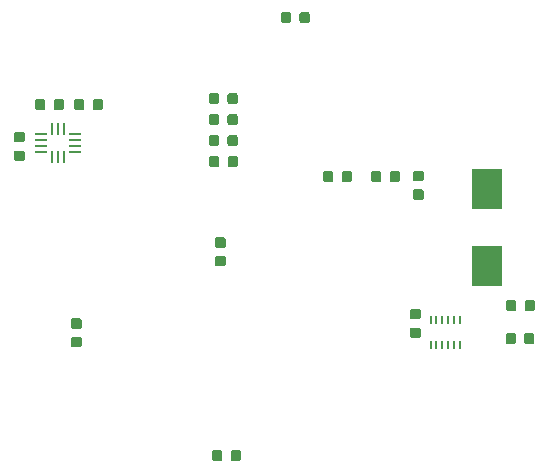
<source format=gbr>
G04 #@! TF.GenerationSoftware,KiCad,Pcbnew,5.0.0-fee4fd1~66~ubuntu16.04.1*
G04 #@! TF.CreationDate,2018-10-28T11:18:26+01:00*
G04 #@! TF.ProjectId,balancebot,62616C616E6365626F742E6B69636164,rev?*
G04 #@! TF.SameCoordinates,Original*
G04 #@! TF.FileFunction,Paste,Top*
G04 #@! TF.FilePolarity,Positive*
%FSLAX46Y46*%
G04 Gerber Fmt 4.6, Leading zero omitted, Abs format (unit mm)*
G04 Created by KiCad (PCBNEW 5.0.0-fee4fd1~66~ubuntu16.04.1) date Sun Oct 28 11:18:26 2018*
%MOMM*%
%LPD*%
G01*
G04 APERTURE LIST*
%ADD10C,0.100000*%
%ADD11C,0.875000*%
%ADD12R,2.500000X3.500000*%
%ADD13R,1.000000X0.250000*%
%ADD14R,0.250000X1.000000*%
%ADD15R,0.250000X0.800000*%
G04 APERTURE END LIST*
D10*
G04 #@! TO.C,R4*
G36*
X139178191Y-75980053D02*
X139199426Y-75983203D01*
X139220250Y-75988419D01*
X139240462Y-75995651D01*
X139259868Y-76004830D01*
X139278281Y-76015866D01*
X139295524Y-76028654D01*
X139311430Y-76043070D01*
X139325846Y-76058976D01*
X139338634Y-76076219D01*
X139349670Y-76094632D01*
X139358849Y-76114038D01*
X139366081Y-76134250D01*
X139371297Y-76155074D01*
X139374447Y-76176309D01*
X139375500Y-76197750D01*
X139375500Y-76710250D01*
X139374447Y-76731691D01*
X139371297Y-76752926D01*
X139366081Y-76773750D01*
X139358849Y-76793962D01*
X139349670Y-76813368D01*
X139338634Y-76831781D01*
X139325846Y-76849024D01*
X139311430Y-76864930D01*
X139295524Y-76879346D01*
X139278281Y-76892134D01*
X139259868Y-76903170D01*
X139240462Y-76912349D01*
X139220250Y-76919581D01*
X139199426Y-76924797D01*
X139178191Y-76927947D01*
X139156750Y-76929000D01*
X138719250Y-76929000D01*
X138697809Y-76927947D01*
X138676574Y-76924797D01*
X138655750Y-76919581D01*
X138635538Y-76912349D01*
X138616132Y-76903170D01*
X138597719Y-76892134D01*
X138580476Y-76879346D01*
X138564570Y-76864930D01*
X138550154Y-76849024D01*
X138537366Y-76831781D01*
X138526330Y-76813368D01*
X138517151Y-76793962D01*
X138509919Y-76773750D01*
X138504703Y-76752926D01*
X138501553Y-76731691D01*
X138500500Y-76710250D01*
X138500500Y-76197750D01*
X138501553Y-76176309D01*
X138504703Y-76155074D01*
X138509919Y-76134250D01*
X138517151Y-76114038D01*
X138526330Y-76094632D01*
X138537366Y-76076219D01*
X138550154Y-76058976D01*
X138564570Y-76043070D01*
X138580476Y-76028654D01*
X138597719Y-76015866D01*
X138616132Y-76004830D01*
X138635538Y-75995651D01*
X138655750Y-75988419D01*
X138676574Y-75983203D01*
X138697809Y-75980053D01*
X138719250Y-75979000D01*
X139156750Y-75979000D01*
X139178191Y-75980053D01*
X139178191Y-75980053D01*
G37*
D11*
X138938000Y-76454000D03*
D10*
G36*
X140753191Y-75980053D02*
X140774426Y-75983203D01*
X140795250Y-75988419D01*
X140815462Y-75995651D01*
X140834868Y-76004830D01*
X140853281Y-76015866D01*
X140870524Y-76028654D01*
X140886430Y-76043070D01*
X140900846Y-76058976D01*
X140913634Y-76076219D01*
X140924670Y-76094632D01*
X140933849Y-76114038D01*
X140941081Y-76134250D01*
X140946297Y-76155074D01*
X140949447Y-76176309D01*
X140950500Y-76197750D01*
X140950500Y-76710250D01*
X140949447Y-76731691D01*
X140946297Y-76752926D01*
X140941081Y-76773750D01*
X140933849Y-76793962D01*
X140924670Y-76813368D01*
X140913634Y-76831781D01*
X140900846Y-76849024D01*
X140886430Y-76864930D01*
X140870524Y-76879346D01*
X140853281Y-76892134D01*
X140834868Y-76903170D01*
X140815462Y-76912349D01*
X140795250Y-76919581D01*
X140774426Y-76924797D01*
X140753191Y-76927947D01*
X140731750Y-76929000D01*
X140294250Y-76929000D01*
X140272809Y-76927947D01*
X140251574Y-76924797D01*
X140230750Y-76919581D01*
X140210538Y-76912349D01*
X140191132Y-76903170D01*
X140172719Y-76892134D01*
X140155476Y-76879346D01*
X140139570Y-76864930D01*
X140125154Y-76849024D01*
X140112366Y-76831781D01*
X140101330Y-76813368D01*
X140092151Y-76793962D01*
X140084919Y-76773750D01*
X140079703Y-76752926D01*
X140076553Y-76731691D01*
X140075500Y-76710250D01*
X140075500Y-76197750D01*
X140076553Y-76176309D01*
X140079703Y-76155074D01*
X140084919Y-76134250D01*
X140092151Y-76114038D01*
X140101330Y-76094632D01*
X140112366Y-76076219D01*
X140125154Y-76058976D01*
X140139570Y-76043070D01*
X140155476Y-76028654D01*
X140172719Y-76015866D01*
X140191132Y-76004830D01*
X140210538Y-75995651D01*
X140230750Y-75988419D01*
X140251574Y-75983203D01*
X140272809Y-75980053D01*
X140294250Y-75979000D01*
X140731750Y-75979000D01*
X140753191Y-75980053D01*
X140753191Y-75980053D01*
G37*
D11*
X140513000Y-76454000D03*
G04 #@! TD*
D12*
G04 #@! TO.C,C1*
X162052000Y-85292000D03*
X162052000Y-78792000D03*
G04 #@! TD*
D10*
G04 #@! TO.C,C2*
G36*
X165899191Y-88172053D02*
X165920426Y-88175203D01*
X165941250Y-88180419D01*
X165961462Y-88187651D01*
X165980868Y-88196830D01*
X165999281Y-88207866D01*
X166016524Y-88220654D01*
X166032430Y-88235070D01*
X166046846Y-88250976D01*
X166059634Y-88268219D01*
X166070670Y-88286632D01*
X166079849Y-88306038D01*
X166087081Y-88326250D01*
X166092297Y-88347074D01*
X166095447Y-88368309D01*
X166096500Y-88389750D01*
X166096500Y-88902250D01*
X166095447Y-88923691D01*
X166092297Y-88944926D01*
X166087081Y-88965750D01*
X166079849Y-88985962D01*
X166070670Y-89005368D01*
X166059634Y-89023781D01*
X166046846Y-89041024D01*
X166032430Y-89056930D01*
X166016524Y-89071346D01*
X165999281Y-89084134D01*
X165980868Y-89095170D01*
X165961462Y-89104349D01*
X165941250Y-89111581D01*
X165920426Y-89116797D01*
X165899191Y-89119947D01*
X165877750Y-89121000D01*
X165440250Y-89121000D01*
X165418809Y-89119947D01*
X165397574Y-89116797D01*
X165376750Y-89111581D01*
X165356538Y-89104349D01*
X165337132Y-89095170D01*
X165318719Y-89084134D01*
X165301476Y-89071346D01*
X165285570Y-89056930D01*
X165271154Y-89041024D01*
X165258366Y-89023781D01*
X165247330Y-89005368D01*
X165238151Y-88985962D01*
X165230919Y-88965750D01*
X165225703Y-88944926D01*
X165222553Y-88923691D01*
X165221500Y-88902250D01*
X165221500Y-88389750D01*
X165222553Y-88368309D01*
X165225703Y-88347074D01*
X165230919Y-88326250D01*
X165238151Y-88306038D01*
X165247330Y-88286632D01*
X165258366Y-88268219D01*
X165271154Y-88250976D01*
X165285570Y-88235070D01*
X165301476Y-88220654D01*
X165318719Y-88207866D01*
X165337132Y-88196830D01*
X165356538Y-88187651D01*
X165376750Y-88180419D01*
X165397574Y-88175203D01*
X165418809Y-88172053D01*
X165440250Y-88171000D01*
X165877750Y-88171000D01*
X165899191Y-88172053D01*
X165899191Y-88172053D01*
G37*
D11*
X165659000Y-88646000D03*
D10*
G36*
X164324191Y-88172053D02*
X164345426Y-88175203D01*
X164366250Y-88180419D01*
X164386462Y-88187651D01*
X164405868Y-88196830D01*
X164424281Y-88207866D01*
X164441524Y-88220654D01*
X164457430Y-88235070D01*
X164471846Y-88250976D01*
X164484634Y-88268219D01*
X164495670Y-88286632D01*
X164504849Y-88306038D01*
X164512081Y-88326250D01*
X164517297Y-88347074D01*
X164520447Y-88368309D01*
X164521500Y-88389750D01*
X164521500Y-88902250D01*
X164520447Y-88923691D01*
X164517297Y-88944926D01*
X164512081Y-88965750D01*
X164504849Y-88985962D01*
X164495670Y-89005368D01*
X164484634Y-89023781D01*
X164471846Y-89041024D01*
X164457430Y-89056930D01*
X164441524Y-89071346D01*
X164424281Y-89084134D01*
X164405868Y-89095170D01*
X164386462Y-89104349D01*
X164366250Y-89111581D01*
X164345426Y-89116797D01*
X164324191Y-89119947D01*
X164302750Y-89121000D01*
X163865250Y-89121000D01*
X163843809Y-89119947D01*
X163822574Y-89116797D01*
X163801750Y-89111581D01*
X163781538Y-89104349D01*
X163762132Y-89095170D01*
X163743719Y-89084134D01*
X163726476Y-89071346D01*
X163710570Y-89056930D01*
X163696154Y-89041024D01*
X163683366Y-89023781D01*
X163672330Y-89005368D01*
X163663151Y-88985962D01*
X163655919Y-88965750D01*
X163650703Y-88944926D01*
X163647553Y-88923691D01*
X163646500Y-88902250D01*
X163646500Y-88389750D01*
X163647553Y-88368309D01*
X163650703Y-88347074D01*
X163655919Y-88326250D01*
X163663151Y-88306038D01*
X163672330Y-88286632D01*
X163683366Y-88268219D01*
X163696154Y-88250976D01*
X163710570Y-88235070D01*
X163726476Y-88220654D01*
X163743719Y-88207866D01*
X163762132Y-88196830D01*
X163781538Y-88187651D01*
X163801750Y-88180419D01*
X163822574Y-88175203D01*
X163843809Y-88172053D01*
X163865250Y-88171000D01*
X164302750Y-88171000D01*
X164324191Y-88172053D01*
X164324191Y-88172053D01*
G37*
D11*
X164084000Y-88646000D03*
G04 #@! TD*
D10*
G04 #@! TO.C,C3*
G36*
X124446191Y-71154053D02*
X124467426Y-71157203D01*
X124488250Y-71162419D01*
X124508462Y-71169651D01*
X124527868Y-71178830D01*
X124546281Y-71189866D01*
X124563524Y-71202654D01*
X124579430Y-71217070D01*
X124593846Y-71232976D01*
X124606634Y-71250219D01*
X124617670Y-71268632D01*
X124626849Y-71288038D01*
X124634081Y-71308250D01*
X124639297Y-71329074D01*
X124642447Y-71350309D01*
X124643500Y-71371750D01*
X124643500Y-71884250D01*
X124642447Y-71905691D01*
X124639297Y-71926926D01*
X124634081Y-71947750D01*
X124626849Y-71967962D01*
X124617670Y-71987368D01*
X124606634Y-72005781D01*
X124593846Y-72023024D01*
X124579430Y-72038930D01*
X124563524Y-72053346D01*
X124546281Y-72066134D01*
X124527868Y-72077170D01*
X124508462Y-72086349D01*
X124488250Y-72093581D01*
X124467426Y-72098797D01*
X124446191Y-72101947D01*
X124424750Y-72103000D01*
X123987250Y-72103000D01*
X123965809Y-72101947D01*
X123944574Y-72098797D01*
X123923750Y-72093581D01*
X123903538Y-72086349D01*
X123884132Y-72077170D01*
X123865719Y-72066134D01*
X123848476Y-72053346D01*
X123832570Y-72038930D01*
X123818154Y-72023024D01*
X123805366Y-72005781D01*
X123794330Y-71987368D01*
X123785151Y-71967962D01*
X123777919Y-71947750D01*
X123772703Y-71926926D01*
X123769553Y-71905691D01*
X123768500Y-71884250D01*
X123768500Y-71371750D01*
X123769553Y-71350309D01*
X123772703Y-71329074D01*
X123777919Y-71308250D01*
X123785151Y-71288038D01*
X123794330Y-71268632D01*
X123805366Y-71250219D01*
X123818154Y-71232976D01*
X123832570Y-71217070D01*
X123848476Y-71202654D01*
X123865719Y-71189866D01*
X123884132Y-71178830D01*
X123903538Y-71169651D01*
X123923750Y-71162419D01*
X123944574Y-71157203D01*
X123965809Y-71154053D01*
X123987250Y-71153000D01*
X124424750Y-71153000D01*
X124446191Y-71154053D01*
X124446191Y-71154053D01*
G37*
D11*
X124206000Y-71628000D03*
D10*
G36*
X126021191Y-71154053D02*
X126042426Y-71157203D01*
X126063250Y-71162419D01*
X126083462Y-71169651D01*
X126102868Y-71178830D01*
X126121281Y-71189866D01*
X126138524Y-71202654D01*
X126154430Y-71217070D01*
X126168846Y-71232976D01*
X126181634Y-71250219D01*
X126192670Y-71268632D01*
X126201849Y-71288038D01*
X126209081Y-71308250D01*
X126214297Y-71329074D01*
X126217447Y-71350309D01*
X126218500Y-71371750D01*
X126218500Y-71884250D01*
X126217447Y-71905691D01*
X126214297Y-71926926D01*
X126209081Y-71947750D01*
X126201849Y-71967962D01*
X126192670Y-71987368D01*
X126181634Y-72005781D01*
X126168846Y-72023024D01*
X126154430Y-72038930D01*
X126138524Y-72053346D01*
X126121281Y-72066134D01*
X126102868Y-72077170D01*
X126083462Y-72086349D01*
X126063250Y-72093581D01*
X126042426Y-72098797D01*
X126021191Y-72101947D01*
X125999750Y-72103000D01*
X125562250Y-72103000D01*
X125540809Y-72101947D01*
X125519574Y-72098797D01*
X125498750Y-72093581D01*
X125478538Y-72086349D01*
X125459132Y-72077170D01*
X125440719Y-72066134D01*
X125423476Y-72053346D01*
X125407570Y-72038930D01*
X125393154Y-72023024D01*
X125380366Y-72005781D01*
X125369330Y-71987368D01*
X125360151Y-71967962D01*
X125352919Y-71947750D01*
X125347703Y-71926926D01*
X125344553Y-71905691D01*
X125343500Y-71884250D01*
X125343500Y-71371750D01*
X125344553Y-71350309D01*
X125347703Y-71329074D01*
X125352919Y-71308250D01*
X125360151Y-71288038D01*
X125369330Y-71268632D01*
X125380366Y-71250219D01*
X125393154Y-71232976D01*
X125407570Y-71217070D01*
X125423476Y-71202654D01*
X125440719Y-71189866D01*
X125459132Y-71178830D01*
X125478538Y-71169651D01*
X125498750Y-71162419D01*
X125519574Y-71157203D01*
X125540809Y-71154053D01*
X125562250Y-71153000D01*
X125999750Y-71153000D01*
X126021191Y-71154053D01*
X126021191Y-71154053D01*
G37*
D11*
X125781000Y-71628000D03*
G04 #@! TD*
D10*
G04 #@! TO.C,C4*
G36*
X129323191Y-71154053D02*
X129344426Y-71157203D01*
X129365250Y-71162419D01*
X129385462Y-71169651D01*
X129404868Y-71178830D01*
X129423281Y-71189866D01*
X129440524Y-71202654D01*
X129456430Y-71217070D01*
X129470846Y-71232976D01*
X129483634Y-71250219D01*
X129494670Y-71268632D01*
X129503849Y-71288038D01*
X129511081Y-71308250D01*
X129516297Y-71329074D01*
X129519447Y-71350309D01*
X129520500Y-71371750D01*
X129520500Y-71884250D01*
X129519447Y-71905691D01*
X129516297Y-71926926D01*
X129511081Y-71947750D01*
X129503849Y-71967962D01*
X129494670Y-71987368D01*
X129483634Y-72005781D01*
X129470846Y-72023024D01*
X129456430Y-72038930D01*
X129440524Y-72053346D01*
X129423281Y-72066134D01*
X129404868Y-72077170D01*
X129385462Y-72086349D01*
X129365250Y-72093581D01*
X129344426Y-72098797D01*
X129323191Y-72101947D01*
X129301750Y-72103000D01*
X128864250Y-72103000D01*
X128842809Y-72101947D01*
X128821574Y-72098797D01*
X128800750Y-72093581D01*
X128780538Y-72086349D01*
X128761132Y-72077170D01*
X128742719Y-72066134D01*
X128725476Y-72053346D01*
X128709570Y-72038930D01*
X128695154Y-72023024D01*
X128682366Y-72005781D01*
X128671330Y-71987368D01*
X128662151Y-71967962D01*
X128654919Y-71947750D01*
X128649703Y-71926926D01*
X128646553Y-71905691D01*
X128645500Y-71884250D01*
X128645500Y-71371750D01*
X128646553Y-71350309D01*
X128649703Y-71329074D01*
X128654919Y-71308250D01*
X128662151Y-71288038D01*
X128671330Y-71268632D01*
X128682366Y-71250219D01*
X128695154Y-71232976D01*
X128709570Y-71217070D01*
X128725476Y-71202654D01*
X128742719Y-71189866D01*
X128761132Y-71178830D01*
X128780538Y-71169651D01*
X128800750Y-71162419D01*
X128821574Y-71157203D01*
X128842809Y-71154053D01*
X128864250Y-71153000D01*
X129301750Y-71153000D01*
X129323191Y-71154053D01*
X129323191Y-71154053D01*
G37*
D11*
X129083000Y-71628000D03*
D10*
G36*
X127748191Y-71154053D02*
X127769426Y-71157203D01*
X127790250Y-71162419D01*
X127810462Y-71169651D01*
X127829868Y-71178830D01*
X127848281Y-71189866D01*
X127865524Y-71202654D01*
X127881430Y-71217070D01*
X127895846Y-71232976D01*
X127908634Y-71250219D01*
X127919670Y-71268632D01*
X127928849Y-71288038D01*
X127936081Y-71308250D01*
X127941297Y-71329074D01*
X127944447Y-71350309D01*
X127945500Y-71371750D01*
X127945500Y-71884250D01*
X127944447Y-71905691D01*
X127941297Y-71926926D01*
X127936081Y-71947750D01*
X127928849Y-71967962D01*
X127919670Y-71987368D01*
X127908634Y-72005781D01*
X127895846Y-72023024D01*
X127881430Y-72038930D01*
X127865524Y-72053346D01*
X127848281Y-72066134D01*
X127829868Y-72077170D01*
X127810462Y-72086349D01*
X127790250Y-72093581D01*
X127769426Y-72098797D01*
X127748191Y-72101947D01*
X127726750Y-72103000D01*
X127289250Y-72103000D01*
X127267809Y-72101947D01*
X127246574Y-72098797D01*
X127225750Y-72093581D01*
X127205538Y-72086349D01*
X127186132Y-72077170D01*
X127167719Y-72066134D01*
X127150476Y-72053346D01*
X127134570Y-72038930D01*
X127120154Y-72023024D01*
X127107366Y-72005781D01*
X127096330Y-71987368D01*
X127087151Y-71967962D01*
X127079919Y-71947750D01*
X127074703Y-71926926D01*
X127071553Y-71905691D01*
X127070500Y-71884250D01*
X127070500Y-71371750D01*
X127071553Y-71350309D01*
X127074703Y-71329074D01*
X127079919Y-71308250D01*
X127087151Y-71288038D01*
X127096330Y-71268632D01*
X127107366Y-71250219D01*
X127120154Y-71232976D01*
X127134570Y-71217070D01*
X127150476Y-71202654D01*
X127167719Y-71189866D01*
X127186132Y-71178830D01*
X127205538Y-71169651D01*
X127225750Y-71162419D01*
X127246574Y-71157203D01*
X127267809Y-71154053D01*
X127289250Y-71153000D01*
X127726750Y-71153000D01*
X127748191Y-71154053D01*
X127748191Y-71154053D01*
G37*
D11*
X127508000Y-71628000D03*
G04 #@! TD*
D10*
G04 #@! TO.C,C5*
G36*
X165848191Y-90966053D02*
X165869426Y-90969203D01*
X165890250Y-90974419D01*
X165910462Y-90981651D01*
X165929868Y-90990830D01*
X165948281Y-91001866D01*
X165965524Y-91014654D01*
X165981430Y-91029070D01*
X165995846Y-91044976D01*
X166008634Y-91062219D01*
X166019670Y-91080632D01*
X166028849Y-91100038D01*
X166036081Y-91120250D01*
X166041297Y-91141074D01*
X166044447Y-91162309D01*
X166045500Y-91183750D01*
X166045500Y-91696250D01*
X166044447Y-91717691D01*
X166041297Y-91738926D01*
X166036081Y-91759750D01*
X166028849Y-91779962D01*
X166019670Y-91799368D01*
X166008634Y-91817781D01*
X165995846Y-91835024D01*
X165981430Y-91850930D01*
X165965524Y-91865346D01*
X165948281Y-91878134D01*
X165929868Y-91889170D01*
X165910462Y-91898349D01*
X165890250Y-91905581D01*
X165869426Y-91910797D01*
X165848191Y-91913947D01*
X165826750Y-91915000D01*
X165389250Y-91915000D01*
X165367809Y-91913947D01*
X165346574Y-91910797D01*
X165325750Y-91905581D01*
X165305538Y-91898349D01*
X165286132Y-91889170D01*
X165267719Y-91878134D01*
X165250476Y-91865346D01*
X165234570Y-91850930D01*
X165220154Y-91835024D01*
X165207366Y-91817781D01*
X165196330Y-91799368D01*
X165187151Y-91779962D01*
X165179919Y-91759750D01*
X165174703Y-91738926D01*
X165171553Y-91717691D01*
X165170500Y-91696250D01*
X165170500Y-91183750D01*
X165171553Y-91162309D01*
X165174703Y-91141074D01*
X165179919Y-91120250D01*
X165187151Y-91100038D01*
X165196330Y-91080632D01*
X165207366Y-91062219D01*
X165220154Y-91044976D01*
X165234570Y-91029070D01*
X165250476Y-91014654D01*
X165267719Y-91001866D01*
X165286132Y-90990830D01*
X165305538Y-90981651D01*
X165325750Y-90974419D01*
X165346574Y-90969203D01*
X165367809Y-90966053D01*
X165389250Y-90965000D01*
X165826750Y-90965000D01*
X165848191Y-90966053D01*
X165848191Y-90966053D01*
G37*
D11*
X165608000Y-91440000D03*
D10*
G36*
X164273191Y-90966053D02*
X164294426Y-90969203D01*
X164315250Y-90974419D01*
X164335462Y-90981651D01*
X164354868Y-90990830D01*
X164373281Y-91001866D01*
X164390524Y-91014654D01*
X164406430Y-91029070D01*
X164420846Y-91044976D01*
X164433634Y-91062219D01*
X164444670Y-91080632D01*
X164453849Y-91100038D01*
X164461081Y-91120250D01*
X164466297Y-91141074D01*
X164469447Y-91162309D01*
X164470500Y-91183750D01*
X164470500Y-91696250D01*
X164469447Y-91717691D01*
X164466297Y-91738926D01*
X164461081Y-91759750D01*
X164453849Y-91779962D01*
X164444670Y-91799368D01*
X164433634Y-91817781D01*
X164420846Y-91835024D01*
X164406430Y-91850930D01*
X164390524Y-91865346D01*
X164373281Y-91878134D01*
X164354868Y-91889170D01*
X164335462Y-91898349D01*
X164315250Y-91905581D01*
X164294426Y-91910797D01*
X164273191Y-91913947D01*
X164251750Y-91915000D01*
X163814250Y-91915000D01*
X163792809Y-91913947D01*
X163771574Y-91910797D01*
X163750750Y-91905581D01*
X163730538Y-91898349D01*
X163711132Y-91889170D01*
X163692719Y-91878134D01*
X163675476Y-91865346D01*
X163659570Y-91850930D01*
X163645154Y-91835024D01*
X163632366Y-91817781D01*
X163621330Y-91799368D01*
X163612151Y-91779962D01*
X163604919Y-91759750D01*
X163599703Y-91738926D01*
X163596553Y-91717691D01*
X163595500Y-91696250D01*
X163595500Y-91183750D01*
X163596553Y-91162309D01*
X163599703Y-91141074D01*
X163604919Y-91120250D01*
X163612151Y-91100038D01*
X163621330Y-91080632D01*
X163632366Y-91062219D01*
X163645154Y-91044976D01*
X163659570Y-91029070D01*
X163675476Y-91014654D01*
X163692719Y-91001866D01*
X163711132Y-90990830D01*
X163730538Y-90981651D01*
X163750750Y-90974419D01*
X163771574Y-90969203D01*
X163792809Y-90966053D01*
X163814250Y-90965000D01*
X164251750Y-90965000D01*
X164273191Y-90966053D01*
X164273191Y-90966053D01*
G37*
D11*
X164033000Y-91440000D03*
G04 #@! TD*
D10*
G04 #@! TO.C,C6*
G36*
X145248691Y-63788053D02*
X145269926Y-63791203D01*
X145290750Y-63796419D01*
X145310962Y-63803651D01*
X145330368Y-63812830D01*
X145348781Y-63823866D01*
X145366024Y-63836654D01*
X145381930Y-63851070D01*
X145396346Y-63866976D01*
X145409134Y-63884219D01*
X145420170Y-63902632D01*
X145429349Y-63922038D01*
X145436581Y-63942250D01*
X145441797Y-63963074D01*
X145444947Y-63984309D01*
X145446000Y-64005750D01*
X145446000Y-64518250D01*
X145444947Y-64539691D01*
X145441797Y-64560926D01*
X145436581Y-64581750D01*
X145429349Y-64601962D01*
X145420170Y-64621368D01*
X145409134Y-64639781D01*
X145396346Y-64657024D01*
X145381930Y-64672930D01*
X145366024Y-64687346D01*
X145348781Y-64700134D01*
X145330368Y-64711170D01*
X145310962Y-64720349D01*
X145290750Y-64727581D01*
X145269926Y-64732797D01*
X145248691Y-64735947D01*
X145227250Y-64737000D01*
X144789750Y-64737000D01*
X144768309Y-64735947D01*
X144747074Y-64732797D01*
X144726250Y-64727581D01*
X144706038Y-64720349D01*
X144686632Y-64711170D01*
X144668219Y-64700134D01*
X144650976Y-64687346D01*
X144635070Y-64672930D01*
X144620654Y-64657024D01*
X144607866Y-64639781D01*
X144596830Y-64621368D01*
X144587651Y-64601962D01*
X144580419Y-64581750D01*
X144575203Y-64560926D01*
X144572053Y-64539691D01*
X144571000Y-64518250D01*
X144571000Y-64005750D01*
X144572053Y-63984309D01*
X144575203Y-63963074D01*
X144580419Y-63942250D01*
X144587651Y-63922038D01*
X144596830Y-63902632D01*
X144607866Y-63884219D01*
X144620654Y-63866976D01*
X144635070Y-63851070D01*
X144650976Y-63836654D01*
X144668219Y-63823866D01*
X144686632Y-63812830D01*
X144706038Y-63803651D01*
X144726250Y-63796419D01*
X144747074Y-63791203D01*
X144768309Y-63788053D01*
X144789750Y-63787000D01*
X145227250Y-63787000D01*
X145248691Y-63788053D01*
X145248691Y-63788053D01*
G37*
D11*
X145008500Y-64262000D03*
D10*
G36*
X146823691Y-63788053D02*
X146844926Y-63791203D01*
X146865750Y-63796419D01*
X146885962Y-63803651D01*
X146905368Y-63812830D01*
X146923781Y-63823866D01*
X146941024Y-63836654D01*
X146956930Y-63851070D01*
X146971346Y-63866976D01*
X146984134Y-63884219D01*
X146995170Y-63902632D01*
X147004349Y-63922038D01*
X147011581Y-63942250D01*
X147016797Y-63963074D01*
X147019947Y-63984309D01*
X147021000Y-64005750D01*
X147021000Y-64518250D01*
X147019947Y-64539691D01*
X147016797Y-64560926D01*
X147011581Y-64581750D01*
X147004349Y-64601962D01*
X146995170Y-64621368D01*
X146984134Y-64639781D01*
X146971346Y-64657024D01*
X146956930Y-64672930D01*
X146941024Y-64687346D01*
X146923781Y-64700134D01*
X146905368Y-64711170D01*
X146885962Y-64720349D01*
X146865750Y-64727581D01*
X146844926Y-64732797D01*
X146823691Y-64735947D01*
X146802250Y-64737000D01*
X146364750Y-64737000D01*
X146343309Y-64735947D01*
X146322074Y-64732797D01*
X146301250Y-64727581D01*
X146281038Y-64720349D01*
X146261632Y-64711170D01*
X146243219Y-64700134D01*
X146225976Y-64687346D01*
X146210070Y-64672930D01*
X146195654Y-64657024D01*
X146182866Y-64639781D01*
X146171830Y-64621368D01*
X146162651Y-64601962D01*
X146155419Y-64581750D01*
X146150203Y-64560926D01*
X146147053Y-64539691D01*
X146146000Y-64518250D01*
X146146000Y-64005750D01*
X146147053Y-63984309D01*
X146150203Y-63963074D01*
X146155419Y-63942250D01*
X146162651Y-63922038D01*
X146171830Y-63902632D01*
X146182866Y-63884219D01*
X146195654Y-63866976D01*
X146210070Y-63851070D01*
X146225976Y-63836654D01*
X146243219Y-63823866D01*
X146261632Y-63812830D01*
X146281038Y-63803651D01*
X146301250Y-63796419D01*
X146322074Y-63791203D01*
X146343309Y-63788053D01*
X146364750Y-63787000D01*
X146802250Y-63787000D01*
X146823691Y-63788053D01*
X146823691Y-63788053D01*
G37*
D11*
X146583500Y-64262000D03*
G04 #@! TD*
D10*
G04 #@! TO.C,C7*
G36*
X139723691Y-82875553D02*
X139744926Y-82878703D01*
X139765750Y-82883919D01*
X139785962Y-82891151D01*
X139805368Y-82900330D01*
X139823781Y-82911366D01*
X139841024Y-82924154D01*
X139856930Y-82938570D01*
X139871346Y-82954476D01*
X139884134Y-82971719D01*
X139895170Y-82990132D01*
X139904349Y-83009538D01*
X139911581Y-83029750D01*
X139916797Y-83050574D01*
X139919947Y-83071809D01*
X139921000Y-83093250D01*
X139921000Y-83530750D01*
X139919947Y-83552191D01*
X139916797Y-83573426D01*
X139911581Y-83594250D01*
X139904349Y-83614462D01*
X139895170Y-83633868D01*
X139884134Y-83652281D01*
X139871346Y-83669524D01*
X139856930Y-83685430D01*
X139841024Y-83699846D01*
X139823781Y-83712634D01*
X139805368Y-83723670D01*
X139785962Y-83732849D01*
X139765750Y-83740081D01*
X139744926Y-83745297D01*
X139723691Y-83748447D01*
X139702250Y-83749500D01*
X139189750Y-83749500D01*
X139168309Y-83748447D01*
X139147074Y-83745297D01*
X139126250Y-83740081D01*
X139106038Y-83732849D01*
X139086632Y-83723670D01*
X139068219Y-83712634D01*
X139050976Y-83699846D01*
X139035070Y-83685430D01*
X139020654Y-83669524D01*
X139007866Y-83652281D01*
X138996830Y-83633868D01*
X138987651Y-83614462D01*
X138980419Y-83594250D01*
X138975203Y-83573426D01*
X138972053Y-83552191D01*
X138971000Y-83530750D01*
X138971000Y-83093250D01*
X138972053Y-83071809D01*
X138975203Y-83050574D01*
X138980419Y-83029750D01*
X138987651Y-83009538D01*
X138996830Y-82990132D01*
X139007866Y-82971719D01*
X139020654Y-82954476D01*
X139035070Y-82938570D01*
X139050976Y-82924154D01*
X139068219Y-82911366D01*
X139086632Y-82900330D01*
X139106038Y-82891151D01*
X139126250Y-82883919D01*
X139147074Y-82878703D01*
X139168309Y-82875553D01*
X139189750Y-82874500D01*
X139702250Y-82874500D01*
X139723691Y-82875553D01*
X139723691Y-82875553D01*
G37*
D11*
X139446000Y-83312000D03*
D10*
G36*
X139723691Y-84450553D02*
X139744926Y-84453703D01*
X139765750Y-84458919D01*
X139785962Y-84466151D01*
X139805368Y-84475330D01*
X139823781Y-84486366D01*
X139841024Y-84499154D01*
X139856930Y-84513570D01*
X139871346Y-84529476D01*
X139884134Y-84546719D01*
X139895170Y-84565132D01*
X139904349Y-84584538D01*
X139911581Y-84604750D01*
X139916797Y-84625574D01*
X139919947Y-84646809D01*
X139921000Y-84668250D01*
X139921000Y-85105750D01*
X139919947Y-85127191D01*
X139916797Y-85148426D01*
X139911581Y-85169250D01*
X139904349Y-85189462D01*
X139895170Y-85208868D01*
X139884134Y-85227281D01*
X139871346Y-85244524D01*
X139856930Y-85260430D01*
X139841024Y-85274846D01*
X139823781Y-85287634D01*
X139805368Y-85298670D01*
X139785962Y-85307849D01*
X139765750Y-85315081D01*
X139744926Y-85320297D01*
X139723691Y-85323447D01*
X139702250Y-85324500D01*
X139189750Y-85324500D01*
X139168309Y-85323447D01*
X139147074Y-85320297D01*
X139126250Y-85315081D01*
X139106038Y-85307849D01*
X139086632Y-85298670D01*
X139068219Y-85287634D01*
X139050976Y-85274846D01*
X139035070Y-85260430D01*
X139020654Y-85244524D01*
X139007866Y-85227281D01*
X138996830Y-85208868D01*
X138987651Y-85189462D01*
X138980419Y-85169250D01*
X138975203Y-85148426D01*
X138972053Y-85127191D01*
X138971000Y-85105750D01*
X138971000Y-84668250D01*
X138972053Y-84646809D01*
X138975203Y-84625574D01*
X138980419Y-84604750D01*
X138987651Y-84584538D01*
X138996830Y-84565132D01*
X139007866Y-84546719D01*
X139020654Y-84529476D01*
X139035070Y-84513570D01*
X139050976Y-84499154D01*
X139068219Y-84486366D01*
X139086632Y-84475330D01*
X139106038Y-84466151D01*
X139126250Y-84458919D01*
X139147074Y-84453703D01*
X139168309Y-84450553D01*
X139189750Y-84449500D01*
X139702250Y-84449500D01*
X139723691Y-84450553D01*
X139723691Y-84450553D01*
G37*
D11*
X139446000Y-84887000D03*
G04 #@! TD*
D10*
G04 #@! TO.C,C8*
G36*
X139432191Y-100872053D02*
X139453426Y-100875203D01*
X139474250Y-100880419D01*
X139494462Y-100887651D01*
X139513868Y-100896830D01*
X139532281Y-100907866D01*
X139549524Y-100920654D01*
X139565430Y-100935070D01*
X139579846Y-100950976D01*
X139592634Y-100968219D01*
X139603670Y-100986632D01*
X139612849Y-101006038D01*
X139620081Y-101026250D01*
X139625297Y-101047074D01*
X139628447Y-101068309D01*
X139629500Y-101089750D01*
X139629500Y-101602250D01*
X139628447Y-101623691D01*
X139625297Y-101644926D01*
X139620081Y-101665750D01*
X139612849Y-101685962D01*
X139603670Y-101705368D01*
X139592634Y-101723781D01*
X139579846Y-101741024D01*
X139565430Y-101756930D01*
X139549524Y-101771346D01*
X139532281Y-101784134D01*
X139513868Y-101795170D01*
X139494462Y-101804349D01*
X139474250Y-101811581D01*
X139453426Y-101816797D01*
X139432191Y-101819947D01*
X139410750Y-101821000D01*
X138973250Y-101821000D01*
X138951809Y-101819947D01*
X138930574Y-101816797D01*
X138909750Y-101811581D01*
X138889538Y-101804349D01*
X138870132Y-101795170D01*
X138851719Y-101784134D01*
X138834476Y-101771346D01*
X138818570Y-101756930D01*
X138804154Y-101741024D01*
X138791366Y-101723781D01*
X138780330Y-101705368D01*
X138771151Y-101685962D01*
X138763919Y-101665750D01*
X138758703Y-101644926D01*
X138755553Y-101623691D01*
X138754500Y-101602250D01*
X138754500Y-101089750D01*
X138755553Y-101068309D01*
X138758703Y-101047074D01*
X138763919Y-101026250D01*
X138771151Y-101006038D01*
X138780330Y-100986632D01*
X138791366Y-100968219D01*
X138804154Y-100950976D01*
X138818570Y-100935070D01*
X138834476Y-100920654D01*
X138851719Y-100907866D01*
X138870132Y-100896830D01*
X138889538Y-100887651D01*
X138909750Y-100880419D01*
X138930574Y-100875203D01*
X138951809Y-100872053D01*
X138973250Y-100871000D01*
X139410750Y-100871000D01*
X139432191Y-100872053D01*
X139432191Y-100872053D01*
G37*
D11*
X139192000Y-101346000D03*
D10*
G36*
X141007191Y-100872053D02*
X141028426Y-100875203D01*
X141049250Y-100880419D01*
X141069462Y-100887651D01*
X141088868Y-100896830D01*
X141107281Y-100907866D01*
X141124524Y-100920654D01*
X141140430Y-100935070D01*
X141154846Y-100950976D01*
X141167634Y-100968219D01*
X141178670Y-100986632D01*
X141187849Y-101006038D01*
X141195081Y-101026250D01*
X141200297Y-101047074D01*
X141203447Y-101068309D01*
X141204500Y-101089750D01*
X141204500Y-101602250D01*
X141203447Y-101623691D01*
X141200297Y-101644926D01*
X141195081Y-101665750D01*
X141187849Y-101685962D01*
X141178670Y-101705368D01*
X141167634Y-101723781D01*
X141154846Y-101741024D01*
X141140430Y-101756930D01*
X141124524Y-101771346D01*
X141107281Y-101784134D01*
X141088868Y-101795170D01*
X141069462Y-101804349D01*
X141049250Y-101811581D01*
X141028426Y-101816797D01*
X141007191Y-101819947D01*
X140985750Y-101821000D01*
X140548250Y-101821000D01*
X140526809Y-101819947D01*
X140505574Y-101816797D01*
X140484750Y-101811581D01*
X140464538Y-101804349D01*
X140445132Y-101795170D01*
X140426719Y-101784134D01*
X140409476Y-101771346D01*
X140393570Y-101756930D01*
X140379154Y-101741024D01*
X140366366Y-101723781D01*
X140355330Y-101705368D01*
X140346151Y-101685962D01*
X140338919Y-101665750D01*
X140333703Y-101644926D01*
X140330553Y-101623691D01*
X140329500Y-101602250D01*
X140329500Y-101089750D01*
X140330553Y-101068309D01*
X140333703Y-101047074D01*
X140338919Y-101026250D01*
X140346151Y-101006038D01*
X140355330Y-100986632D01*
X140366366Y-100968219D01*
X140379154Y-100950976D01*
X140393570Y-100935070D01*
X140409476Y-100920654D01*
X140426719Y-100907866D01*
X140445132Y-100896830D01*
X140464538Y-100887651D01*
X140484750Y-100880419D01*
X140505574Y-100875203D01*
X140526809Y-100872053D01*
X140548250Y-100871000D01*
X140985750Y-100871000D01*
X141007191Y-100872053D01*
X141007191Y-100872053D01*
G37*
D11*
X140767000Y-101346000D03*
G04 #@! TD*
D10*
G04 #@! TO.C,C9*
G36*
X156233691Y-88946053D02*
X156254926Y-88949203D01*
X156275750Y-88954419D01*
X156295962Y-88961651D01*
X156315368Y-88970830D01*
X156333781Y-88981866D01*
X156351024Y-88994654D01*
X156366930Y-89009070D01*
X156381346Y-89024976D01*
X156394134Y-89042219D01*
X156405170Y-89060632D01*
X156414349Y-89080038D01*
X156421581Y-89100250D01*
X156426797Y-89121074D01*
X156429947Y-89142309D01*
X156431000Y-89163750D01*
X156431000Y-89601250D01*
X156429947Y-89622691D01*
X156426797Y-89643926D01*
X156421581Y-89664750D01*
X156414349Y-89684962D01*
X156405170Y-89704368D01*
X156394134Y-89722781D01*
X156381346Y-89740024D01*
X156366930Y-89755930D01*
X156351024Y-89770346D01*
X156333781Y-89783134D01*
X156315368Y-89794170D01*
X156295962Y-89803349D01*
X156275750Y-89810581D01*
X156254926Y-89815797D01*
X156233691Y-89818947D01*
X156212250Y-89820000D01*
X155699750Y-89820000D01*
X155678309Y-89818947D01*
X155657074Y-89815797D01*
X155636250Y-89810581D01*
X155616038Y-89803349D01*
X155596632Y-89794170D01*
X155578219Y-89783134D01*
X155560976Y-89770346D01*
X155545070Y-89755930D01*
X155530654Y-89740024D01*
X155517866Y-89722781D01*
X155506830Y-89704368D01*
X155497651Y-89684962D01*
X155490419Y-89664750D01*
X155485203Y-89643926D01*
X155482053Y-89622691D01*
X155481000Y-89601250D01*
X155481000Y-89163750D01*
X155482053Y-89142309D01*
X155485203Y-89121074D01*
X155490419Y-89100250D01*
X155497651Y-89080038D01*
X155506830Y-89060632D01*
X155517866Y-89042219D01*
X155530654Y-89024976D01*
X155545070Y-89009070D01*
X155560976Y-88994654D01*
X155578219Y-88981866D01*
X155596632Y-88970830D01*
X155616038Y-88961651D01*
X155636250Y-88954419D01*
X155657074Y-88949203D01*
X155678309Y-88946053D01*
X155699750Y-88945000D01*
X156212250Y-88945000D01*
X156233691Y-88946053D01*
X156233691Y-88946053D01*
G37*
D11*
X155956000Y-89382500D03*
D10*
G36*
X156233691Y-90521053D02*
X156254926Y-90524203D01*
X156275750Y-90529419D01*
X156295962Y-90536651D01*
X156315368Y-90545830D01*
X156333781Y-90556866D01*
X156351024Y-90569654D01*
X156366930Y-90584070D01*
X156381346Y-90599976D01*
X156394134Y-90617219D01*
X156405170Y-90635632D01*
X156414349Y-90655038D01*
X156421581Y-90675250D01*
X156426797Y-90696074D01*
X156429947Y-90717309D01*
X156431000Y-90738750D01*
X156431000Y-91176250D01*
X156429947Y-91197691D01*
X156426797Y-91218926D01*
X156421581Y-91239750D01*
X156414349Y-91259962D01*
X156405170Y-91279368D01*
X156394134Y-91297781D01*
X156381346Y-91315024D01*
X156366930Y-91330930D01*
X156351024Y-91345346D01*
X156333781Y-91358134D01*
X156315368Y-91369170D01*
X156295962Y-91378349D01*
X156275750Y-91385581D01*
X156254926Y-91390797D01*
X156233691Y-91393947D01*
X156212250Y-91395000D01*
X155699750Y-91395000D01*
X155678309Y-91393947D01*
X155657074Y-91390797D01*
X155636250Y-91385581D01*
X155616038Y-91378349D01*
X155596632Y-91369170D01*
X155578219Y-91358134D01*
X155560976Y-91345346D01*
X155545070Y-91330930D01*
X155530654Y-91315024D01*
X155517866Y-91297781D01*
X155506830Y-91279368D01*
X155497651Y-91259962D01*
X155490419Y-91239750D01*
X155485203Y-91218926D01*
X155482053Y-91197691D01*
X155481000Y-91176250D01*
X155481000Y-90738750D01*
X155482053Y-90717309D01*
X155485203Y-90696074D01*
X155490419Y-90675250D01*
X155497651Y-90655038D01*
X155506830Y-90635632D01*
X155517866Y-90617219D01*
X155530654Y-90599976D01*
X155545070Y-90584070D01*
X155560976Y-90569654D01*
X155578219Y-90556866D01*
X155596632Y-90545830D01*
X155616038Y-90536651D01*
X155636250Y-90529419D01*
X155657074Y-90524203D01*
X155678309Y-90521053D01*
X155699750Y-90520000D01*
X156212250Y-90520000D01*
X156233691Y-90521053D01*
X156233691Y-90521053D01*
G37*
D11*
X155956000Y-90957500D03*
G04 #@! TD*
D10*
G04 #@! TO.C,FB1*
G36*
X122705691Y-75535053D02*
X122726926Y-75538203D01*
X122747750Y-75543419D01*
X122767962Y-75550651D01*
X122787368Y-75559830D01*
X122805781Y-75570866D01*
X122823024Y-75583654D01*
X122838930Y-75598070D01*
X122853346Y-75613976D01*
X122866134Y-75631219D01*
X122877170Y-75649632D01*
X122886349Y-75669038D01*
X122893581Y-75689250D01*
X122898797Y-75710074D01*
X122901947Y-75731309D01*
X122903000Y-75752750D01*
X122903000Y-76190250D01*
X122901947Y-76211691D01*
X122898797Y-76232926D01*
X122893581Y-76253750D01*
X122886349Y-76273962D01*
X122877170Y-76293368D01*
X122866134Y-76311781D01*
X122853346Y-76329024D01*
X122838930Y-76344930D01*
X122823024Y-76359346D01*
X122805781Y-76372134D01*
X122787368Y-76383170D01*
X122767962Y-76392349D01*
X122747750Y-76399581D01*
X122726926Y-76404797D01*
X122705691Y-76407947D01*
X122684250Y-76409000D01*
X122171750Y-76409000D01*
X122150309Y-76407947D01*
X122129074Y-76404797D01*
X122108250Y-76399581D01*
X122088038Y-76392349D01*
X122068632Y-76383170D01*
X122050219Y-76372134D01*
X122032976Y-76359346D01*
X122017070Y-76344930D01*
X122002654Y-76329024D01*
X121989866Y-76311781D01*
X121978830Y-76293368D01*
X121969651Y-76273962D01*
X121962419Y-76253750D01*
X121957203Y-76232926D01*
X121954053Y-76211691D01*
X121953000Y-76190250D01*
X121953000Y-75752750D01*
X121954053Y-75731309D01*
X121957203Y-75710074D01*
X121962419Y-75689250D01*
X121969651Y-75669038D01*
X121978830Y-75649632D01*
X121989866Y-75631219D01*
X122002654Y-75613976D01*
X122017070Y-75598070D01*
X122032976Y-75583654D01*
X122050219Y-75570866D01*
X122068632Y-75559830D01*
X122088038Y-75550651D01*
X122108250Y-75543419D01*
X122129074Y-75538203D01*
X122150309Y-75535053D01*
X122171750Y-75534000D01*
X122684250Y-75534000D01*
X122705691Y-75535053D01*
X122705691Y-75535053D01*
G37*
D11*
X122428000Y-75971500D03*
D10*
G36*
X122705691Y-73960053D02*
X122726926Y-73963203D01*
X122747750Y-73968419D01*
X122767962Y-73975651D01*
X122787368Y-73984830D01*
X122805781Y-73995866D01*
X122823024Y-74008654D01*
X122838930Y-74023070D01*
X122853346Y-74038976D01*
X122866134Y-74056219D01*
X122877170Y-74074632D01*
X122886349Y-74094038D01*
X122893581Y-74114250D01*
X122898797Y-74135074D01*
X122901947Y-74156309D01*
X122903000Y-74177750D01*
X122903000Y-74615250D01*
X122901947Y-74636691D01*
X122898797Y-74657926D01*
X122893581Y-74678750D01*
X122886349Y-74698962D01*
X122877170Y-74718368D01*
X122866134Y-74736781D01*
X122853346Y-74754024D01*
X122838930Y-74769930D01*
X122823024Y-74784346D01*
X122805781Y-74797134D01*
X122787368Y-74808170D01*
X122767962Y-74817349D01*
X122747750Y-74824581D01*
X122726926Y-74829797D01*
X122705691Y-74832947D01*
X122684250Y-74834000D01*
X122171750Y-74834000D01*
X122150309Y-74832947D01*
X122129074Y-74829797D01*
X122108250Y-74824581D01*
X122088038Y-74817349D01*
X122068632Y-74808170D01*
X122050219Y-74797134D01*
X122032976Y-74784346D01*
X122017070Y-74769930D01*
X122002654Y-74754024D01*
X121989866Y-74736781D01*
X121978830Y-74718368D01*
X121969651Y-74698962D01*
X121962419Y-74678750D01*
X121957203Y-74657926D01*
X121954053Y-74636691D01*
X121953000Y-74615250D01*
X121953000Y-74177750D01*
X121954053Y-74156309D01*
X121957203Y-74135074D01*
X121962419Y-74114250D01*
X121969651Y-74094038D01*
X121978830Y-74074632D01*
X121989866Y-74056219D01*
X122002654Y-74038976D01*
X122017070Y-74023070D01*
X122032976Y-74008654D01*
X122050219Y-73995866D01*
X122068632Y-73984830D01*
X122088038Y-73975651D01*
X122108250Y-73968419D01*
X122129074Y-73963203D01*
X122150309Y-73960053D01*
X122171750Y-73959000D01*
X122684250Y-73959000D01*
X122705691Y-73960053D01*
X122705691Y-73960053D01*
G37*
D11*
X122428000Y-74396500D03*
G04 #@! TD*
D10*
G04 #@! TO.C,R1*
G36*
X148830191Y-77250053D02*
X148851426Y-77253203D01*
X148872250Y-77258419D01*
X148892462Y-77265651D01*
X148911868Y-77274830D01*
X148930281Y-77285866D01*
X148947524Y-77298654D01*
X148963430Y-77313070D01*
X148977846Y-77328976D01*
X148990634Y-77346219D01*
X149001670Y-77364632D01*
X149010849Y-77384038D01*
X149018081Y-77404250D01*
X149023297Y-77425074D01*
X149026447Y-77446309D01*
X149027500Y-77467750D01*
X149027500Y-77980250D01*
X149026447Y-78001691D01*
X149023297Y-78022926D01*
X149018081Y-78043750D01*
X149010849Y-78063962D01*
X149001670Y-78083368D01*
X148990634Y-78101781D01*
X148977846Y-78119024D01*
X148963430Y-78134930D01*
X148947524Y-78149346D01*
X148930281Y-78162134D01*
X148911868Y-78173170D01*
X148892462Y-78182349D01*
X148872250Y-78189581D01*
X148851426Y-78194797D01*
X148830191Y-78197947D01*
X148808750Y-78199000D01*
X148371250Y-78199000D01*
X148349809Y-78197947D01*
X148328574Y-78194797D01*
X148307750Y-78189581D01*
X148287538Y-78182349D01*
X148268132Y-78173170D01*
X148249719Y-78162134D01*
X148232476Y-78149346D01*
X148216570Y-78134930D01*
X148202154Y-78119024D01*
X148189366Y-78101781D01*
X148178330Y-78083368D01*
X148169151Y-78063962D01*
X148161919Y-78043750D01*
X148156703Y-78022926D01*
X148153553Y-78001691D01*
X148152500Y-77980250D01*
X148152500Y-77467750D01*
X148153553Y-77446309D01*
X148156703Y-77425074D01*
X148161919Y-77404250D01*
X148169151Y-77384038D01*
X148178330Y-77364632D01*
X148189366Y-77346219D01*
X148202154Y-77328976D01*
X148216570Y-77313070D01*
X148232476Y-77298654D01*
X148249719Y-77285866D01*
X148268132Y-77274830D01*
X148287538Y-77265651D01*
X148307750Y-77258419D01*
X148328574Y-77253203D01*
X148349809Y-77250053D01*
X148371250Y-77249000D01*
X148808750Y-77249000D01*
X148830191Y-77250053D01*
X148830191Y-77250053D01*
G37*
D11*
X148590000Y-77724000D03*
D10*
G36*
X150405191Y-77250053D02*
X150426426Y-77253203D01*
X150447250Y-77258419D01*
X150467462Y-77265651D01*
X150486868Y-77274830D01*
X150505281Y-77285866D01*
X150522524Y-77298654D01*
X150538430Y-77313070D01*
X150552846Y-77328976D01*
X150565634Y-77346219D01*
X150576670Y-77364632D01*
X150585849Y-77384038D01*
X150593081Y-77404250D01*
X150598297Y-77425074D01*
X150601447Y-77446309D01*
X150602500Y-77467750D01*
X150602500Y-77980250D01*
X150601447Y-78001691D01*
X150598297Y-78022926D01*
X150593081Y-78043750D01*
X150585849Y-78063962D01*
X150576670Y-78083368D01*
X150565634Y-78101781D01*
X150552846Y-78119024D01*
X150538430Y-78134930D01*
X150522524Y-78149346D01*
X150505281Y-78162134D01*
X150486868Y-78173170D01*
X150467462Y-78182349D01*
X150447250Y-78189581D01*
X150426426Y-78194797D01*
X150405191Y-78197947D01*
X150383750Y-78199000D01*
X149946250Y-78199000D01*
X149924809Y-78197947D01*
X149903574Y-78194797D01*
X149882750Y-78189581D01*
X149862538Y-78182349D01*
X149843132Y-78173170D01*
X149824719Y-78162134D01*
X149807476Y-78149346D01*
X149791570Y-78134930D01*
X149777154Y-78119024D01*
X149764366Y-78101781D01*
X149753330Y-78083368D01*
X149744151Y-78063962D01*
X149736919Y-78043750D01*
X149731703Y-78022926D01*
X149728553Y-78001691D01*
X149727500Y-77980250D01*
X149727500Y-77467750D01*
X149728553Y-77446309D01*
X149731703Y-77425074D01*
X149736919Y-77404250D01*
X149744151Y-77384038D01*
X149753330Y-77364632D01*
X149764366Y-77346219D01*
X149777154Y-77328976D01*
X149791570Y-77313070D01*
X149807476Y-77298654D01*
X149824719Y-77285866D01*
X149843132Y-77274830D01*
X149862538Y-77265651D01*
X149882750Y-77258419D01*
X149903574Y-77253203D01*
X149924809Y-77250053D01*
X149946250Y-77249000D01*
X150383750Y-77249000D01*
X150405191Y-77250053D01*
X150405191Y-77250053D01*
G37*
D11*
X150165000Y-77724000D03*
G04 #@! TD*
D10*
G04 #@! TO.C,R2*
G36*
X154469191Y-77250053D02*
X154490426Y-77253203D01*
X154511250Y-77258419D01*
X154531462Y-77265651D01*
X154550868Y-77274830D01*
X154569281Y-77285866D01*
X154586524Y-77298654D01*
X154602430Y-77313070D01*
X154616846Y-77328976D01*
X154629634Y-77346219D01*
X154640670Y-77364632D01*
X154649849Y-77384038D01*
X154657081Y-77404250D01*
X154662297Y-77425074D01*
X154665447Y-77446309D01*
X154666500Y-77467750D01*
X154666500Y-77980250D01*
X154665447Y-78001691D01*
X154662297Y-78022926D01*
X154657081Y-78043750D01*
X154649849Y-78063962D01*
X154640670Y-78083368D01*
X154629634Y-78101781D01*
X154616846Y-78119024D01*
X154602430Y-78134930D01*
X154586524Y-78149346D01*
X154569281Y-78162134D01*
X154550868Y-78173170D01*
X154531462Y-78182349D01*
X154511250Y-78189581D01*
X154490426Y-78194797D01*
X154469191Y-78197947D01*
X154447750Y-78199000D01*
X154010250Y-78199000D01*
X153988809Y-78197947D01*
X153967574Y-78194797D01*
X153946750Y-78189581D01*
X153926538Y-78182349D01*
X153907132Y-78173170D01*
X153888719Y-78162134D01*
X153871476Y-78149346D01*
X153855570Y-78134930D01*
X153841154Y-78119024D01*
X153828366Y-78101781D01*
X153817330Y-78083368D01*
X153808151Y-78063962D01*
X153800919Y-78043750D01*
X153795703Y-78022926D01*
X153792553Y-78001691D01*
X153791500Y-77980250D01*
X153791500Y-77467750D01*
X153792553Y-77446309D01*
X153795703Y-77425074D01*
X153800919Y-77404250D01*
X153808151Y-77384038D01*
X153817330Y-77364632D01*
X153828366Y-77346219D01*
X153841154Y-77328976D01*
X153855570Y-77313070D01*
X153871476Y-77298654D01*
X153888719Y-77285866D01*
X153907132Y-77274830D01*
X153926538Y-77265651D01*
X153946750Y-77258419D01*
X153967574Y-77253203D01*
X153988809Y-77250053D01*
X154010250Y-77249000D01*
X154447750Y-77249000D01*
X154469191Y-77250053D01*
X154469191Y-77250053D01*
G37*
D11*
X154229000Y-77724000D03*
D10*
G36*
X152894191Y-77250053D02*
X152915426Y-77253203D01*
X152936250Y-77258419D01*
X152956462Y-77265651D01*
X152975868Y-77274830D01*
X152994281Y-77285866D01*
X153011524Y-77298654D01*
X153027430Y-77313070D01*
X153041846Y-77328976D01*
X153054634Y-77346219D01*
X153065670Y-77364632D01*
X153074849Y-77384038D01*
X153082081Y-77404250D01*
X153087297Y-77425074D01*
X153090447Y-77446309D01*
X153091500Y-77467750D01*
X153091500Y-77980250D01*
X153090447Y-78001691D01*
X153087297Y-78022926D01*
X153082081Y-78043750D01*
X153074849Y-78063962D01*
X153065670Y-78083368D01*
X153054634Y-78101781D01*
X153041846Y-78119024D01*
X153027430Y-78134930D01*
X153011524Y-78149346D01*
X152994281Y-78162134D01*
X152975868Y-78173170D01*
X152956462Y-78182349D01*
X152936250Y-78189581D01*
X152915426Y-78194797D01*
X152894191Y-78197947D01*
X152872750Y-78199000D01*
X152435250Y-78199000D01*
X152413809Y-78197947D01*
X152392574Y-78194797D01*
X152371750Y-78189581D01*
X152351538Y-78182349D01*
X152332132Y-78173170D01*
X152313719Y-78162134D01*
X152296476Y-78149346D01*
X152280570Y-78134930D01*
X152266154Y-78119024D01*
X152253366Y-78101781D01*
X152242330Y-78083368D01*
X152233151Y-78063962D01*
X152225919Y-78043750D01*
X152220703Y-78022926D01*
X152217553Y-78001691D01*
X152216500Y-77980250D01*
X152216500Y-77467750D01*
X152217553Y-77446309D01*
X152220703Y-77425074D01*
X152225919Y-77404250D01*
X152233151Y-77384038D01*
X152242330Y-77364632D01*
X152253366Y-77346219D01*
X152266154Y-77328976D01*
X152280570Y-77313070D01*
X152296476Y-77298654D01*
X152313719Y-77285866D01*
X152332132Y-77274830D01*
X152351538Y-77265651D01*
X152371750Y-77258419D01*
X152392574Y-77253203D01*
X152413809Y-77250053D01*
X152435250Y-77249000D01*
X152872750Y-77249000D01*
X152894191Y-77250053D01*
X152894191Y-77250053D01*
G37*
D11*
X152654000Y-77724000D03*
G04 #@! TD*
D10*
G04 #@! TO.C,R3*
G36*
X127531691Y-89733553D02*
X127552926Y-89736703D01*
X127573750Y-89741919D01*
X127593962Y-89749151D01*
X127613368Y-89758330D01*
X127631781Y-89769366D01*
X127649024Y-89782154D01*
X127664930Y-89796570D01*
X127679346Y-89812476D01*
X127692134Y-89829719D01*
X127703170Y-89848132D01*
X127712349Y-89867538D01*
X127719581Y-89887750D01*
X127724797Y-89908574D01*
X127727947Y-89929809D01*
X127729000Y-89951250D01*
X127729000Y-90388750D01*
X127727947Y-90410191D01*
X127724797Y-90431426D01*
X127719581Y-90452250D01*
X127712349Y-90472462D01*
X127703170Y-90491868D01*
X127692134Y-90510281D01*
X127679346Y-90527524D01*
X127664930Y-90543430D01*
X127649024Y-90557846D01*
X127631781Y-90570634D01*
X127613368Y-90581670D01*
X127593962Y-90590849D01*
X127573750Y-90598081D01*
X127552926Y-90603297D01*
X127531691Y-90606447D01*
X127510250Y-90607500D01*
X126997750Y-90607500D01*
X126976309Y-90606447D01*
X126955074Y-90603297D01*
X126934250Y-90598081D01*
X126914038Y-90590849D01*
X126894632Y-90581670D01*
X126876219Y-90570634D01*
X126858976Y-90557846D01*
X126843070Y-90543430D01*
X126828654Y-90527524D01*
X126815866Y-90510281D01*
X126804830Y-90491868D01*
X126795651Y-90472462D01*
X126788419Y-90452250D01*
X126783203Y-90431426D01*
X126780053Y-90410191D01*
X126779000Y-90388750D01*
X126779000Y-89951250D01*
X126780053Y-89929809D01*
X126783203Y-89908574D01*
X126788419Y-89887750D01*
X126795651Y-89867538D01*
X126804830Y-89848132D01*
X126815866Y-89829719D01*
X126828654Y-89812476D01*
X126843070Y-89796570D01*
X126858976Y-89782154D01*
X126876219Y-89769366D01*
X126894632Y-89758330D01*
X126914038Y-89749151D01*
X126934250Y-89741919D01*
X126955074Y-89736703D01*
X126976309Y-89733553D01*
X126997750Y-89732500D01*
X127510250Y-89732500D01*
X127531691Y-89733553D01*
X127531691Y-89733553D01*
G37*
D11*
X127254000Y-90170000D03*
D10*
G36*
X127531691Y-91308553D02*
X127552926Y-91311703D01*
X127573750Y-91316919D01*
X127593962Y-91324151D01*
X127613368Y-91333330D01*
X127631781Y-91344366D01*
X127649024Y-91357154D01*
X127664930Y-91371570D01*
X127679346Y-91387476D01*
X127692134Y-91404719D01*
X127703170Y-91423132D01*
X127712349Y-91442538D01*
X127719581Y-91462750D01*
X127724797Y-91483574D01*
X127727947Y-91504809D01*
X127729000Y-91526250D01*
X127729000Y-91963750D01*
X127727947Y-91985191D01*
X127724797Y-92006426D01*
X127719581Y-92027250D01*
X127712349Y-92047462D01*
X127703170Y-92066868D01*
X127692134Y-92085281D01*
X127679346Y-92102524D01*
X127664930Y-92118430D01*
X127649024Y-92132846D01*
X127631781Y-92145634D01*
X127613368Y-92156670D01*
X127593962Y-92165849D01*
X127573750Y-92173081D01*
X127552926Y-92178297D01*
X127531691Y-92181447D01*
X127510250Y-92182500D01*
X126997750Y-92182500D01*
X126976309Y-92181447D01*
X126955074Y-92178297D01*
X126934250Y-92173081D01*
X126914038Y-92165849D01*
X126894632Y-92156670D01*
X126876219Y-92145634D01*
X126858976Y-92132846D01*
X126843070Y-92118430D01*
X126828654Y-92102524D01*
X126815866Y-92085281D01*
X126804830Y-92066868D01*
X126795651Y-92047462D01*
X126788419Y-92027250D01*
X126783203Y-92006426D01*
X126780053Y-91985191D01*
X126779000Y-91963750D01*
X126779000Y-91526250D01*
X126780053Y-91504809D01*
X126783203Y-91483574D01*
X126788419Y-91462750D01*
X126795651Y-91442538D01*
X126804830Y-91423132D01*
X126815866Y-91404719D01*
X126828654Y-91387476D01*
X126843070Y-91371570D01*
X126858976Y-91357154D01*
X126876219Y-91344366D01*
X126894632Y-91333330D01*
X126914038Y-91324151D01*
X126934250Y-91316919D01*
X126955074Y-91311703D01*
X126976309Y-91308553D01*
X126997750Y-91307500D01*
X127510250Y-91307500D01*
X127531691Y-91308553D01*
X127531691Y-91308553D01*
G37*
D11*
X127254000Y-91745000D03*
G04 #@! TD*
D10*
G04 #@! TO.C,R5*
G36*
X140727691Y-72424053D02*
X140748926Y-72427203D01*
X140769750Y-72432419D01*
X140789962Y-72439651D01*
X140809368Y-72448830D01*
X140827781Y-72459866D01*
X140845024Y-72472654D01*
X140860930Y-72487070D01*
X140875346Y-72502976D01*
X140888134Y-72520219D01*
X140899170Y-72538632D01*
X140908349Y-72558038D01*
X140915581Y-72578250D01*
X140920797Y-72599074D01*
X140923947Y-72620309D01*
X140925000Y-72641750D01*
X140925000Y-73154250D01*
X140923947Y-73175691D01*
X140920797Y-73196926D01*
X140915581Y-73217750D01*
X140908349Y-73237962D01*
X140899170Y-73257368D01*
X140888134Y-73275781D01*
X140875346Y-73293024D01*
X140860930Y-73308930D01*
X140845024Y-73323346D01*
X140827781Y-73336134D01*
X140809368Y-73347170D01*
X140789962Y-73356349D01*
X140769750Y-73363581D01*
X140748926Y-73368797D01*
X140727691Y-73371947D01*
X140706250Y-73373000D01*
X140268750Y-73373000D01*
X140247309Y-73371947D01*
X140226074Y-73368797D01*
X140205250Y-73363581D01*
X140185038Y-73356349D01*
X140165632Y-73347170D01*
X140147219Y-73336134D01*
X140129976Y-73323346D01*
X140114070Y-73308930D01*
X140099654Y-73293024D01*
X140086866Y-73275781D01*
X140075830Y-73257368D01*
X140066651Y-73237962D01*
X140059419Y-73217750D01*
X140054203Y-73196926D01*
X140051053Y-73175691D01*
X140050000Y-73154250D01*
X140050000Y-72641750D01*
X140051053Y-72620309D01*
X140054203Y-72599074D01*
X140059419Y-72578250D01*
X140066651Y-72558038D01*
X140075830Y-72538632D01*
X140086866Y-72520219D01*
X140099654Y-72502976D01*
X140114070Y-72487070D01*
X140129976Y-72472654D01*
X140147219Y-72459866D01*
X140165632Y-72448830D01*
X140185038Y-72439651D01*
X140205250Y-72432419D01*
X140226074Y-72427203D01*
X140247309Y-72424053D01*
X140268750Y-72423000D01*
X140706250Y-72423000D01*
X140727691Y-72424053D01*
X140727691Y-72424053D01*
G37*
D11*
X140487500Y-72898000D03*
D10*
G36*
X139152691Y-72424053D02*
X139173926Y-72427203D01*
X139194750Y-72432419D01*
X139214962Y-72439651D01*
X139234368Y-72448830D01*
X139252781Y-72459866D01*
X139270024Y-72472654D01*
X139285930Y-72487070D01*
X139300346Y-72502976D01*
X139313134Y-72520219D01*
X139324170Y-72538632D01*
X139333349Y-72558038D01*
X139340581Y-72578250D01*
X139345797Y-72599074D01*
X139348947Y-72620309D01*
X139350000Y-72641750D01*
X139350000Y-73154250D01*
X139348947Y-73175691D01*
X139345797Y-73196926D01*
X139340581Y-73217750D01*
X139333349Y-73237962D01*
X139324170Y-73257368D01*
X139313134Y-73275781D01*
X139300346Y-73293024D01*
X139285930Y-73308930D01*
X139270024Y-73323346D01*
X139252781Y-73336134D01*
X139234368Y-73347170D01*
X139214962Y-73356349D01*
X139194750Y-73363581D01*
X139173926Y-73368797D01*
X139152691Y-73371947D01*
X139131250Y-73373000D01*
X138693750Y-73373000D01*
X138672309Y-73371947D01*
X138651074Y-73368797D01*
X138630250Y-73363581D01*
X138610038Y-73356349D01*
X138590632Y-73347170D01*
X138572219Y-73336134D01*
X138554976Y-73323346D01*
X138539070Y-73308930D01*
X138524654Y-73293024D01*
X138511866Y-73275781D01*
X138500830Y-73257368D01*
X138491651Y-73237962D01*
X138484419Y-73217750D01*
X138479203Y-73196926D01*
X138476053Y-73175691D01*
X138475000Y-73154250D01*
X138475000Y-72641750D01*
X138476053Y-72620309D01*
X138479203Y-72599074D01*
X138484419Y-72578250D01*
X138491651Y-72558038D01*
X138500830Y-72538632D01*
X138511866Y-72520219D01*
X138524654Y-72502976D01*
X138539070Y-72487070D01*
X138554976Y-72472654D01*
X138572219Y-72459866D01*
X138590632Y-72448830D01*
X138610038Y-72439651D01*
X138630250Y-72432419D01*
X138651074Y-72427203D01*
X138672309Y-72424053D01*
X138693750Y-72423000D01*
X139131250Y-72423000D01*
X139152691Y-72424053D01*
X139152691Y-72424053D01*
G37*
D11*
X138912500Y-72898000D03*
G04 #@! TD*
D10*
G04 #@! TO.C,R6*
G36*
X140727691Y-74202053D02*
X140748926Y-74205203D01*
X140769750Y-74210419D01*
X140789962Y-74217651D01*
X140809368Y-74226830D01*
X140827781Y-74237866D01*
X140845024Y-74250654D01*
X140860930Y-74265070D01*
X140875346Y-74280976D01*
X140888134Y-74298219D01*
X140899170Y-74316632D01*
X140908349Y-74336038D01*
X140915581Y-74356250D01*
X140920797Y-74377074D01*
X140923947Y-74398309D01*
X140925000Y-74419750D01*
X140925000Y-74932250D01*
X140923947Y-74953691D01*
X140920797Y-74974926D01*
X140915581Y-74995750D01*
X140908349Y-75015962D01*
X140899170Y-75035368D01*
X140888134Y-75053781D01*
X140875346Y-75071024D01*
X140860930Y-75086930D01*
X140845024Y-75101346D01*
X140827781Y-75114134D01*
X140809368Y-75125170D01*
X140789962Y-75134349D01*
X140769750Y-75141581D01*
X140748926Y-75146797D01*
X140727691Y-75149947D01*
X140706250Y-75151000D01*
X140268750Y-75151000D01*
X140247309Y-75149947D01*
X140226074Y-75146797D01*
X140205250Y-75141581D01*
X140185038Y-75134349D01*
X140165632Y-75125170D01*
X140147219Y-75114134D01*
X140129976Y-75101346D01*
X140114070Y-75086930D01*
X140099654Y-75071024D01*
X140086866Y-75053781D01*
X140075830Y-75035368D01*
X140066651Y-75015962D01*
X140059419Y-74995750D01*
X140054203Y-74974926D01*
X140051053Y-74953691D01*
X140050000Y-74932250D01*
X140050000Y-74419750D01*
X140051053Y-74398309D01*
X140054203Y-74377074D01*
X140059419Y-74356250D01*
X140066651Y-74336038D01*
X140075830Y-74316632D01*
X140086866Y-74298219D01*
X140099654Y-74280976D01*
X140114070Y-74265070D01*
X140129976Y-74250654D01*
X140147219Y-74237866D01*
X140165632Y-74226830D01*
X140185038Y-74217651D01*
X140205250Y-74210419D01*
X140226074Y-74205203D01*
X140247309Y-74202053D01*
X140268750Y-74201000D01*
X140706250Y-74201000D01*
X140727691Y-74202053D01*
X140727691Y-74202053D01*
G37*
D11*
X140487500Y-74676000D03*
D10*
G36*
X139152691Y-74202053D02*
X139173926Y-74205203D01*
X139194750Y-74210419D01*
X139214962Y-74217651D01*
X139234368Y-74226830D01*
X139252781Y-74237866D01*
X139270024Y-74250654D01*
X139285930Y-74265070D01*
X139300346Y-74280976D01*
X139313134Y-74298219D01*
X139324170Y-74316632D01*
X139333349Y-74336038D01*
X139340581Y-74356250D01*
X139345797Y-74377074D01*
X139348947Y-74398309D01*
X139350000Y-74419750D01*
X139350000Y-74932250D01*
X139348947Y-74953691D01*
X139345797Y-74974926D01*
X139340581Y-74995750D01*
X139333349Y-75015962D01*
X139324170Y-75035368D01*
X139313134Y-75053781D01*
X139300346Y-75071024D01*
X139285930Y-75086930D01*
X139270024Y-75101346D01*
X139252781Y-75114134D01*
X139234368Y-75125170D01*
X139214962Y-75134349D01*
X139194750Y-75141581D01*
X139173926Y-75146797D01*
X139152691Y-75149947D01*
X139131250Y-75151000D01*
X138693750Y-75151000D01*
X138672309Y-75149947D01*
X138651074Y-75146797D01*
X138630250Y-75141581D01*
X138610038Y-75134349D01*
X138590632Y-75125170D01*
X138572219Y-75114134D01*
X138554976Y-75101346D01*
X138539070Y-75086930D01*
X138524654Y-75071024D01*
X138511866Y-75053781D01*
X138500830Y-75035368D01*
X138491651Y-75015962D01*
X138484419Y-74995750D01*
X138479203Y-74974926D01*
X138476053Y-74953691D01*
X138475000Y-74932250D01*
X138475000Y-74419750D01*
X138476053Y-74398309D01*
X138479203Y-74377074D01*
X138484419Y-74356250D01*
X138491651Y-74336038D01*
X138500830Y-74316632D01*
X138511866Y-74298219D01*
X138524654Y-74280976D01*
X138539070Y-74265070D01*
X138554976Y-74250654D01*
X138572219Y-74237866D01*
X138590632Y-74226830D01*
X138610038Y-74217651D01*
X138630250Y-74210419D01*
X138651074Y-74205203D01*
X138672309Y-74202053D01*
X138693750Y-74201000D01*
X139131250Y-74201000D01*
X139152691Y-74202053D01*
X139152691Y-74202053D01*
G37*
D11*
X138912500Y-74676000D03*
G04 #@! TD*
D10*
G04 #@! TO.C,R7*
G36*
X139152691Y-70646053D02*
X139173926Y-70649203D01*
X139194750Y-70654419D01*
X139214962Y-70661651D01*
X139234368Y-70670830D01*
X139252781Y-70681866D01*
X139270024Y-70694654D01*
X139285930Y-70709070D01*
X139300346Y-70724976D01*
X139313134Y-70742219D01*
X139324170Y-70760632D01*
X139333349Y-70780038D01*
X139340581Y-70800250D01*
X139345797Y-70821074D01*
X139348947Y-70842309D01*
X139350000Y-70863750D01*
X139350000Y-71376250D01*
X139348947Y-71397691D01*
X139345797Y-71418926D01*
X139340581Y-71439750D01*
X139333349Y-71459962D01*
X139324170Y-71479368D01*
X139313134Y-71497781D01*
X139300346Y-71515024D01*
X139285930Y-71530930D01*
X139270024Y-71545346D01*
X139252781Y-71558134D01*
X139234368Y-71569170D01*
X139214962Y-71578349D01*
X139194750Y-71585581D01*
X139173926Y-71590797D01*
X139152691Y-71593947D01*
X139131250Y-71595000D01*
X138693750Y-71595000D01*
X138672309Y-71593947D01*
X138651074Y-71590797D01*
X138630250Y-71585581D01*
X138610038Y-71578349D01*
X138590632Y-71569170D01*
X138572219Y-71558134D01*
X138554976Y-71545346D01*
X138539070Y-71530930D01*
X138524654Y-71515024D01*
X138511866Y-71497781D01*
X138500830Y-71479368D01*
X138491651Y-71459962D01*
X138484419Y-71439750D01*
X138479203Y-71418926D01*
X138476053Y-71397691D01*
X138475000Y-71376250D01*
X138475000Y-70863750D01*
X138476053Y-70842309D01*
X138479203Y-70821074D01*
X138484419Y-70800250D01*
X138491651Y-70780038D01*
X138500830Y-70760632D01*
X138511866Y-70742219D01*
X138524654Y-70724976D01*
X138539070Y-70709070D01*
X138554976Y-70694654D01*
X138572219Y-70681866D01*
X138590632Y-70670830D01*
X138610038Y-70661651D01*
X138630250Y-70654419D01*
X138651074Y-70649203D01*
X138672309Y-70646053D01*
X138693750Y-70645000D01*
X139131250Y-70645000D01*
X139152691Y-70646053D01*
X139152691Y-70646053D01*
G37*
D11*
X138912500Y-71120000D03*
D10*
G36*
X140727691Y-70646053D02*
X140748926Y-70649203D01*
X140769750Y-70654419D01*
X140789962Y-70661651D01*
X140809368Y-70670830D01*
X140827781Y-70681866D01*
X140845024Y-70694654D01*
X140860930Y-70709070D01*
X140875346Y-70724976D01*
X140888134Y-70742219D01*
X140899170Y-70760632D01*
X140908349Y-70780038D01*
X140915581Y-70800250D01*
X140920797Y-70821074D01*
X140923947Y-70842309D01*
X140925000Y-70863750D01*
X140925000Y-71376250D01*
X140923947Y-71397691D01*
X140920797Y-71418926D01*
X140915581Y-71439750D01*
X140908349Y-71459962D01*
X140899170Y-71479368D01*
X140888134Y-71497781D01*
X140875346Y-71515024D01*
X140860930Y-71530930D01*
X140845024Y-71545346D01*
X140827781Y-71558134D01*
X140809368Y-71569170D01*
X140789962Y-71578349D01*
X140769750Y-71585581D01*
X140748926Y-71590797D01*
X140727691Y-71593947D01*
X140706250Y-71595000D01*
X140268750Y-71595000D01*
X140247309Y-71593947D01*
X140226074Y-71590797D01*
X140205250Y-71585581D01*
X140185038Y-71578349D01*
X140165632Y-71569170D01*
X140147219Y-71558134D01*
X140129976Y-71545346D01*
X140114070Y-71530930D01*
X140099654Y-71515024D01*
X140086866Y-71497781D01*
X140075830Y-71479368D01*
X140066651Y-71459962D01*
X140059419Y-71439750D01*
X140054203Y-71418926D01*
X140051053Y-71397691D01*
X140050000Y-71376250D01*
X140050000Y-70863750D01*
X140051053Y-70842309D01*
X140054203Y-70821074D01*
X140059419Y-70800250D01*
X140066651Y-70780038D01*
X140075830Y-70760632D01*
X140086866Y-70742219D01*
X140099654Y-70724976D01*
X140114070Y-70709070D01*
X140129976Y-70694654D01*
X140147219Y-70681866D01*
X140165632Y-70670830D01*
X140185038Y-70661651D01*
X140205250Y-70654419D01*
X140226074Y-70649203D01*
X140247309Y-70646053D01*
X140268750Y-70645000D01*
X140706250Y-70645000D01*
X140727691Y-70646053D01*
X140727691Y-70646053D01*
G37*
D11*
X140487500Y-71120000D03*
G04 #@! TD*
D13*
G04 #@! TO.C,U1*
X124280000Y-74136000D03*
X124280000Y-74636000D03*
X124280000Y-75136000D03*
X124280000Y-75636000D03*
D14*
X125230000Y-76086000D03*
X126230000Y-76086000D03*
X125730000Y-76086000D03*
X125230000Y-73686000D03*
X126230000Y-73686000D03*
X125730000Y-73686000D03*
D13*
X127180000Y-74136000D03*
X127180000Y-74636000D03*
X127180000Y-75136000D03*
X127180000Y-75636000D03*
G04 #@! TD*
D15*
G04 #@! TO.C,U2*
X157246000Y-89882000D03*
X157746000Y-89882000D03*
X158246000Y-89882000D03*
X158746000Y-89882000D03*
X159246000Y-89882000D03*
X159746000Y-89882000D03*
X159746000Y-91982000D03*
X159246000Y-91982000D03*
X158746000Y-91982000D03*
X158246000Y-91982000D03*
X157746000Y-91982000D03*
X157246000Y-91982000D03*
G04 #@! TD*
D10*
G04 #@! TO.C,C10*
G36*
X156487691Y-78811553D02*
X156508926Y-78814703D01*
X156529750Y-78819919D01*
X156549962Y-78827151D01*
X156569368Y-78836330D01*
X156587781Y-78847366D01*
X156605024Y-78860154D01*
X156620930Y-78874570D01*
X156635346Y-78890476D01*
X156648134Y-78907719D01*
X156659170Y-78926132D01*
X156668349Y-78945538D01*
X156675581Y-78965750D01*
X156680797Y-78986574D01*
X156683947Y-79007809D01*
X156685000Y-79029250D01*
X156685000Y-79466750D01*
X156683947Y-79488191D01*
X156680797Y-79509426D01*
X156675581Y-79530250D01*
X156668349Y-79550462D01*
X156659170Y-79569868D01*
X156648134Y-79588281D01*
X156635346Y-79605524D01*
X156620930Y-79621430D01*
X156605024Y-79635846D01*
X156587781Y-79648634D01*
X156569368Y-79659670D01*
X156549962Y-79668849D01*
X156529750Y-79676081D01*
X156508926Y-79681297D01*
X156487691Y-79684447D01*
X156466250Y-79685500D01*
X155953750Y-79685500D01*
X155932309Y-79684447D01*
X155911074Y-79681297D01*
X155890250Y-79676081D01*
X155870038Y-79668849D01*
X155850632Y-79659670D01*
X155832219Y-79648634D01*
X155814976Y-79635846D01*
X155799070Y-79621430D01*
X155784654Y-79605524D01*
X155771866Y-79588281D01*
X155760830Y-79569868D01*
X155751651Y-79550462D01*
X155744419Y-79530250D01*
X155739203Y-79509426D01*
X155736053Y-79488191D01*
X155735000Y-79466750D01*
X155735000Y-79029250D01*
X155736053Y-79007809D01*
X155739203Y-78986574D01*
X155744419Y-78965750D01*
X155751651Y-78945538D01*
X155760830Y-78926132D01*
X155771866Y-78907719D01*
X155784654Y-78890476D01*
X155799070Y-78874570D01*
X155814976Y-78860154D01*
X155832219Y-78847366D01*
X155850632Y-78836330D01*
X155870038Y-78827151D01*
X155890250Y-78819919D01*
X155911074Y-78814703D01*
X155932309Y-78811553D01*
X155953750Y-78810500D01*
X156466250Y-78810500D01*
X156487691Y-78811553D01*
X156487691Y-78811553D01*
G37*
D11*
X156210000Y-79248000D03*
D10*
G36*
X156487691Y-77236553D02*
X156508926Y-77239703D01*
X156529750Y-77244919D01*
X156549962Y-77252151D01*
X156569368Y-77261330D01*
X156587781Y-77272366D01*
X156605024Y-77285154D01*
X156620930Y-77299570D01*
X156635346Y-77315476D01*
X156648134Y-77332719D01*
X156659170Y-77351132D01*
X156668349Y-77370538D01*
X156675581Y-77390750D01*
X156680797Y-77411574D01*
X156683947Y-77432809D01*
X156685000Y-77454250D01*
X156685000Y-77891750D01*
X156683947Y-77913191D01*
X156680797Y-77934426D01*
X156675581Y-77955250D01*
X156668349Y-77975462D01*
X156659170Y-77994868D01*
X156648134Y-78013281D01*
X156635346Y-78030524D01*
X156620930Y-78046430D01*
X156605024Y-78060846D01*
X156587781Y-78073634D01*
X156569368Y-78084670D01*
X156549962Y-78093849D01*
X156529750Y-78101081D01*
X156508926Y-78106297D01*
X156487691Y-78109447D01*
X156466250Y-78110500D01*
X155953750Y-78110500D01*
X155932309Y-78109447D01*
X155911074Y-78106297D01*
X155890250Y-78101081D01*
X155870038Y-78093849D01*
X155850632Y-78084670D01*
X155832219Y-78073634D01*
X155814976Y-78060846D01*
X155799070Y-78046430D01*
X155784654Y-78030524D01*
X155771866Y-78013281D01*
X155760830Y-77994868D01*
X155751651Y-77975462D01*
X155744419Y-77955250D01*
X155739203Y-77934426D01*
X155736053Y-77913191D01*
X155735000Y-77891750D01*
X155735000Y-77454250D01*
X155736053Y-77432809D01*
X155739203Y-77411574D01*
X155744419Y-77390750D01*
X155751651Y-77370538D01*
X155760830Y-77351132D01*
X155771866Y-77332719D01*
X155784654Y-77315476D01*
X155799070Y-77299570D01*
X155814976Y-77285154D01*
X155832219Y-77272366D01*
X155850632Y-77261330D01*
X155870038Y-77252151D01*
X155890250Y-77244919D01*
X155911074Y-77239703D01*
X155932309Y-77236553D01*
X155953750Y-77235500D01*
X156466250Y-77235500D01*
X156487691Y-77236553D01*
X156487691Y-77236553D01*
G37*
D11*
X156210000Y-77673000D03*
G04 #@! TD*
M02*

</source>
